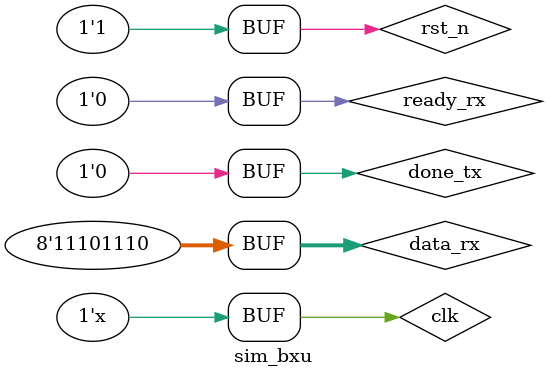
<source format=v>

`timescale 1ns / 1ps

module sim_bxu();

    parameter DATA_BITWIDTH = 8;
    parameter CODE_BITWIDTH = 16;
    parameter ADDR_BITWIDTH = 16;

    reg clk = 0;
    reg rst_n = 0;
    initial #20 rst_n <= 1;
    always #5   clk <= ~clk;
    
    reg [7:0] data_rx = 0;
    reg ready_rx = 0;
    wire done_rx;

    wire [7:0] data_tx;
    wire ready_tx;
    reg done_tx = 0;

    wire [ADDR_BITWIDTH-1:0] code_addr;
    wire [CODE_BITWIDTH-1:0] code;

    wire [ADDR_BITWIDTH-1:0] data_addr;
    wire [DATA_BITWIDTH-1:0] data_in;
    wire [DATA_BITWIDTH-1:0] data_out;
    wire data_wr;

    assign data_tx = data_out;
    
    always begin
        #200    data_rx <= 16'hAA;
        #1      ready_rx <= 1;
        #9      ready_rx <= 0;
        #71     done_tx <= 1;
        #19     done_tx <= 0;
        #81     done_tx <= 1;
        #19     done_tx <= 0;
        #200    data_rx <= 16'hEE;
        #1      ready_rx <= 1;
        #9      ready_rx <= 0;
        #71     done_tx <= 1;
        #19     done_tx <= 0;
        #81     done_tx <= 1;
        #19     done_tx <= 0;
    end

    bxu
    #(
        .DATA_BITWIDTH(DATA_BITWIDTH),
        .CODE_BITWIDTH(CODE_BITWIDTH),
        .ADDR_BITWIDTH(ADDR_BITWIDTH)
    )
    u_bxu
    (
        .clk(clk),
        .rst_n(1),

        .code_addr(code_addr),
        .code_in(code),
        
        .data_addr(data_addr),
        .data_in(data_in),
        .data_out(data_out),
        .data_wr(data_wr),
        
        .io_input_data(data_rx),
        .io_input_ready(ready_rx),
        .io_input_done(done_rx),
        .io_output_ready(ready_tx),
        .io_output_done(done_tx),
        
        .dbg_clk(clk)
    );
    
    ram
    #(
        .DATA_BITWIDTH(DATA_BITWIDTH),
        .ADDR_BITWIDTH(ADDR_BITWIDTH),
        .DEPTH(16)
    )
    u_ram
    (
        .addr_rd(data_addr),
        .data_rd(data_in),
        .addr_wr(data_addr),
        .data_wr(data_out),
        .wr(data_wr)
    );

    rom_sim_bxu
    #(
        .DATA_BITWIDTH(CODE_BITWIDTH),
        .ADDR_BITWIDTH(ADDR_BITWIDTH)
    )
    u_rom
    (
        .addr_rd(code_addr),
        .data_rd(code)
    );
    
endmodule
</source>
